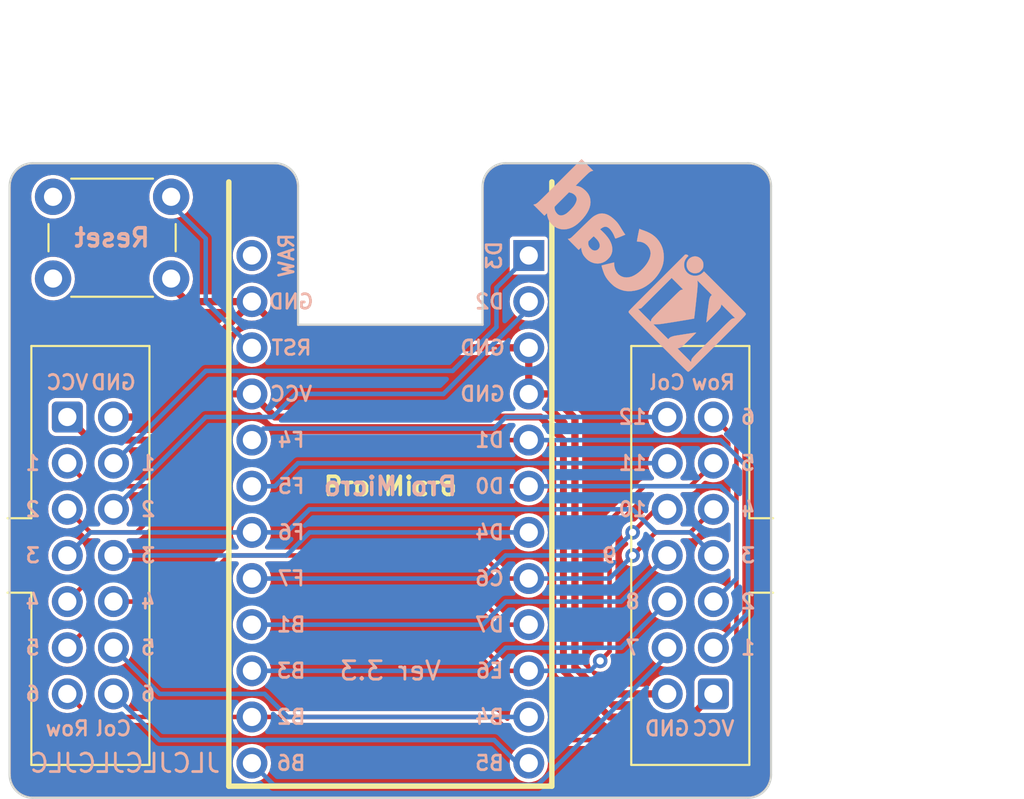
<source format=kicad_pcb>
(kicad_pcb (version 20211014) (generator pcbnew)
  (title_block (title "Pragmatic Kit - Control Module") (date "2023-01-12") (rev "V3.2.2") (company "James Sa") (comment 1 "3.2 Reverse Pro Micro") (comment 2 "3.2.1 fix screen.") (comment 3 "3.2.2 fix Type C footprint.") (comment 4 "3.2.2 Update for assembly.") (comment 5 "3.3 Bigger Type C cut out for new pro micro board"))
  (layers (0 "F.Cu" signal) (31 "B.Cu" signal) (34 "B.Paste" user) (35 "F.Paste" user) (36 "B.SilkS" user "B.Silkscreen") (37 "F.SilkS" user "F.Silkscreen") (38 "B.Mask" user) (39 "F.Mask" user) (44 "Edge.Cuts" user))
  (net 0 "")
  (net 1 "Row1")
  (net 2 "Col1")
  (net 3 "VCC")
  (net 4 "Col9")
  (net 5 "Col8")
  (net 6 "Col7")
  (net 7 "Row3")
  (net 8 "Row5")
  (net 9 "Row6")
  (net 10 "Row4")
  (net 11 "Col6")
  (net 12 "Col5")
  (net 13 "Col4")
  (net 14 "Col3")
  (net 15 "Col2")
  (net 16 "Row2")
  (net 17 "Reset")
  (net 18 "Col12")
  (net 19 "Col11")
  (net 20 "Col10")
  (net 21 "GND")
  (footprint "Connector_IDC:IDC-Header_2x07_P2.54mm_Vertical" (layer "F.Cu") (at 121.92 62.23)
    (fp_text reference "J1")
    (fp_text value "L" hide)
    (fp_line (start -1.98 5.57) (end -1.98 -3.91) (layer "F.SilkS") (width 0.12))
    (fp_line (start -1.98 9.67) (end -1.98 9.67) (layer "F.SilkS") (width 0.12))
    (fp_line (start -1.98 -3.91) (end 4.52 -3.91) (layer "F.SilkS") (width 0.12))
    (fp_line (start -1.98 19.15) (end -1.98 9.67) (layer "F.SilkS") (width 0.12))
    (fp_line (start -1.98 9.67) (end -3.29 9.67) (layer "F.SilkS") (width 0.12))
    (fp_line (start 4.52 19.15) (end -1.98 19.15) (layer "F.SilkS") (width 0.12))
    (fp_line (start -3.29 5.57) (end -1.98 5.57) (layer "F.SilkS") (width 0.12))
    (fp_line (start 4.52 -3.91) (end 4.52 19.15) (layer "F.SilkS") (width 0.12))
    (pad "1" thru_hole roundrect (at 0 0) (size 1.7 1.7) (drill 1) (layers *.Cu *.Mask) (roundrect_rratio 0.1470588235) (net 3 "VCC"))
    (pad "2" thru_hole circle (at 2.54 0) (size 1.7 1.7) (drill 1) (layers *.Cu *.Mask) (net 21 "GND"))
    (pad "3" thru_hole circle (at 0 2.54) (size 1.7 1.7) (drill 1) (layers *.Cu *.Mask) (net 1 "Row1"))
    (pad "4" thru_hole circle (at 2.54 2.54) (size 1.7 1.7) (drill 1) (layers *.Cu *.Mask) (net 2 "Col1"))
    (pad "5" thru_hole circle (at 0 5.08) (size 1.7 1.7) (drill 1) (layers *.Cu *.Mask) (net 16 "Row2"))
    (pad "6" thru_hole circle (at 2.54 5.08) (size 1.7 1.7) (drill 1) (layers *.Cu *.Mask) (net 15 "Col2"))
    (pad "7" thru_hole circle (at 0 7.62) (size 1.7 1.7) (drill 1) (layers *.Cu *.Mask) (net 7 "Row3"))
    (pad "8" thru_hole circle (at 2.54 7.62) (size 1.7 1.7) (drill 1) (layers *.Cu *.Mask) (net 14 "Col3"))
    (pad "9" thru_hole circle (at 0 10.16) (size 1.7 1.7) (drill 1) (layers *.Cu *.Mask) (net 10 "Row4"))
    (pad "10" thru_hole circle (at 2.54 10.16) (size 1.7 1.7) (drill 1) (layers *.Cu *.Mask) (net 13 "Col4"))
    (pad "11" thru_hole circle (at 0 12.7) (size 1.7 1.7) (drill 1) (layers *.Cu *.Mask) (net 8 "Row5"))
    (pad "12" thru_hole circle (at 2.54 12.7) (size 1.7 1.7) (drill 1) (layers *.Cu *.Mask) (net 12 "Col5"))
    (pad "13" thru_hole circle (at 0 15.24) (size 1.7 1.7) (drill 1) (layers *.Cu *.Mask) (net 9 "Row6"))
    (pad "14" thru_hole circle (at 2.54 15.24) (size 1.7 1.7) (drill 1) (layers *.Cu *.Mask) (net 11 "Col6"))
  )
  (footprint "Connector_IDC:IDC-Header_2x07_P2.54mm_Vertical" (layer "F.Cu") (at 157.48 77.47 180)
    (fp_text reference "J2")
    (fp_text value "R" hide)
    (fp_line (start 4.52 19.15) (end -1.98 19.15) (layer "F.SilkS") (width 0.12))
    (fp_line (start 4.52 -3.91) (end 4.52 19.15) (layer "F.SilkS") (width 0.12))
    (fp_line (start -1.98 9.67) (end -3.29 9.67) (layer "F.SilkS") (width 0.12))
    (fp_line (start -1.98 19.15) (end -1.98 9.67) (layer "F.SilkS") (width 0.12))
    (fp_line (start -3.29 5.57) (end -1.98 5.57) (layer "F.SilkS") (width 0.12))
    (fp_line (start -1.98 9.67) (end -1.98 9.67) (layer "F.SilkS") (width 0.12))
    (fp_line (start -1.98 -3.91) (end 4.52 -3.91) (layer "F.SilkS") (width 0.12))
    (fp_line (start -1.98 5.57) (end -1.98 -3.91) (layer "F.SilkS") (width 0.12))
    (pad "1" thru_hole roundrect (at 0 0 180) (size 1.7 1.7) (drill 1) (layers *.Cu *.Mask) (roundrect_rratio 0.1470588235) (net 3 "VCC"))
    (pad "2" thru_hole circle (at 2.54 0 180) (size 1.7 1.7) (drill 1) (layers *.Cu *.Mask) (net 21 "GND"))
    (pad "3" thru_hole circle (at 0 2.54 180) (size 1.7 1.7) (drill 1) (layers *.Cu *.Mask) (net 1 "Row1"))
    (pad "4" thru_hole circle (at 2.54 2.54 180) (size 1.7 1.7) (drill 1) (layers *.Cu *.Mask) (net 6 "Col7"))
    (pad "5" thru_hole circle (at 0 5.08 180) (size 1.7 1.7) (drill 1) (layers *.Cu *.Mask) (net 16 "Row2"))
    (pad "6" thru_hole circle (at 2.54 5.08 180) (size 1.7 1.7) (drill 1) (layers *.Cu *.Mask) (net 5 "Col8"))
    (pad "7" thru_hole circle (at 0 7.62 180) (size 1.7 1.7) (drill 1) (layers *.Cu *.Mask) (net 7 "Row3"))
    (pad "8" thru_hole circle (at 2.54 7.62 180) (size 1.7 1.7) (drill 1) (layers *.Cu *.Mask) (net 4 "Col9"))
    (pad "9" thru_hole circle (at 0 10.16 180) (size 1.7 1.7) (drill 1) (layers *.Cu *.Mask) (net 10 "Row4"))
    (pad "10" thru_hole circle (at 2.54 10.16 180) (size 1.7 1.7) (drill 1) (layers *.Cu *.Mask) (net 20 "Col10"))
    (pad "11" thru_hole circle (at 0 12.7 180) (size 1.7 1.7) (drill 1) (layers *.Cu *.Mask) (net 8 "Row5"))
    (pad "12" thru_hole circle (at 2.54 12.7 180) (size 1.7 1.7) (drill 1) (layers *.Cu *.Mask) (net 19 "Col11"))
    (pad "13" thru_hole circle (at 0 15.24 180) (size 1.7 1.7) (drill 1) (layers *.Cu *.Mask) (net 9 "Row6"))
    (pad "14" thru_hole circle (at 2.54 15.24 180) (size 1.7 1.7) (drill 1) (layers *.Cu *.Mask) (net 18 "Col12"))
  )
  (footprint "Button_Switch_THT:SW_PUSH_6mm" (layer "F.Cu") (at 121.135 50.11)
    (fp_text reference "SW1" hide)
    (fp_text value "SW_Push")
    (fp_text user "Reset" (at 3.25 2.25 -180) (layer "B.SilkS") (effects (font (thickness 0.2)) (justify mirror)))
    (fp_line (start 1 5.5) (end 5.5 5.5) (layer "F.SilkS") (width 0.12))
    (fp_line (start 6.75 3) (end 6.75 1.5) (layer "F.SilkS") (width 0.12))
    (fp_line (start -0.25 1.5) (end -0.25 3) (layer "F.SilkS") (width 0.12))
    (fp_line (start 5.5 -1) (end 1 -1) (layer "F.SilkS") (width 0.12))
    (pad "" thru_hole circle (at 0 0 90) (size 2 2) (drill 1) (layers *.Cu *.Mask))
    (pad "" thru_hole circle (at 0 4.5 90) (size 2 2) (drill 1) (layers *.Cu *.Mask))
    (pad "1" thru_hole circle (at 6.5 0 90) (size 2 2) (drill 1) (layers *.Cu *.Mask) (net 17 "Reset"))
    (pad "2" thru_hole circle (at 6.5 4.5 90) (size 2 2) (drill 1) (layers *.Cu *.Mask) (net 21 "GND"))
  )
  (footprint "Symbol:OSHW-Symbol_6.7x6mm_Copper" (layer "F.Cu") (at 154.94 52.07)
    (fp_text reference "Logo1" hide)
    (fp_text value "OSHW-Symbol_6.7x6mm_Copper" hide)
  )
  (footprint "Keyboard_JSA:JLC Legend" (layer "F.Cu") (at 125.095 81.28)
    (fp_text reference "L1" hide)
    (fp_text value "JLC Legend" hide)
    (fp_text user "JLCJLCJLCJLC" (at 0 0 unlocked) (layer "B.SilkS") (effects (font (size 1.016 1.016) (thickness 0.1524)) (justify mirror)))
  )
  (footprint "Symbol:KiCad-Logo_5mm_SilkScreen" (layer "B.Cu") (at 153.035 53.975 135)
    (fp_text reference "REF**" hide)
    (fp_text value "KiCad-Logo_5mm_SilkScreen" hide)
    (fp_poly (pts (xy -2.9464 2.510946) (xy -2.935535 2.397007) (xy -2.903918 2.289384) (xy -2.853015 2.190385) (xy -2.784293 2.102316) (xy -2.699219 2.027484) (xy -2.602232 1.969616) (xy -2.495964 1.929995) (xy -2.38895 1.911427) (xy -2.2833 1.912566) (xy -2.181125 1.93207) (xy -2.084534 1.968594) (xy -1.995638 2.020795) (xy -1.916546 2.087327) (xy -1.849369 2.166848) (xy -1.796217 2.258013) (xy -1.759199 2.359477) (xy -1.740427 2.469898) (xy -1.738489 2.519794) (xy -1.738489 2.607733) (xy -1.68656 2.607733) (xy -1.650253 2.604889) (xy -1.623355 2.593089) (xy -1.596249 2.569351) (xy -1.557867 2.530969) (xy -1.557867 0.339398) (xy -1.557876 0.077261) (xy -1.557908 -0.163241) (xy -1.557972 -0.383048) (xy -1.558076 -0.583101) (xy -1.558227 -0.764344) (xy -1.558434 -0.927716) (xy -1.558706 -1.07416) (xy -1.55905 -1.204617) (xy -1.559474 -1.320029) (xy -1.559987 -1.421338) (xy -1.560597 -1.509484) (xy -1.561312 -1.58541) (xy -1.56214 -1.650057) (xy -1.563089 -1.704367) (xy -1.564167 -1.74928) (xy -1.565383 -1.78574) (xy -1.566745 -1.814687) (xy -1.568261 -1.837063) (xy -1.569938 -1.853809) (xy -1.571786 -1.865868) (xy -1.573813 -1.87418) (xy -1.576025 -1.879687) (xy -1.577108 -1.881537) (xy -1.581271 -1.888549) (xy -1.584805 -1.894996) (xy -1.588635 -1.9009) (xy -1.593682 -1.906286) (xy -1.600871 -1.911178) (xy -1.611123 -1.915598) (xy -1.625364 -1.919572) (xy -1.644514 -1.923121) (xy -1.669499 -1.92627) (xy -1.70124 -1.929042) (xy -1.740662 -1.931461) (xy -1.788686 -1.933551) (xy -1.846237 -1.935335) (xy -1.914237 -1.936837) (xy -1.99361 -1.93808) (xy -2.085279 -1.939089) (xy -2.190166 -1.939885) (xy -2.309196 -1.940494) (xy -2.44329 -1.940939) (xy -2.593373 -1.941243) (xy -2.760367 -1.94143) (xy -2.945196 -1.941524) (xy -3.148783 -1.941548) (xy -3.37205 -1.941525) (xy -3.615922 -1.94148) (xy -3.881321 -1.941437) (xy -3.919704 -1.941432) (xy -4.186682 -1.941389) (xy -4.432002 -1.941318) (xy -4.656583 -1.941213) (xy -4.861345 -1.941066) (xy -5.047206 -1.940869) (xy -5.215088 -1.940616) (xy -5.365908 -1.9403) (xy -5.500587 -1.939913) (xy -5.620044 -1.939447) (xy -5.725199 -1.938897) (xy -5.816971 -1.938253) (xy -5.896279 -1.937511) (xy -5.964043 -1.936661) (xy -6.021182 -1.935697) (xy -6.068617 -1.934611) (xy -6.107266 -1.933397) (xy -6.138049 -1.932047) (xy -6.161885 -1.930555) (xy -6.179694 -1.928911) (xy -6.192395 -1.927111) (xy -6.200908 -1.925145) (xy -6.205266 -1.923477) (xy -6.213728 -1.919906) (xy -6.221497 -1.91727) (xy -6.228602 -1.914634) (xy -6.235073 -1.911062) (xy -6.240939 -1.905621) (xy -6.246229 -1.897375) (xy -6.250974 -1.88539) (xy -6.255202 -1.868731) (xy -6.258943 -1.846463) (xy -6.262227 -1.817652) (xy -6.265083 -1.781363) (xy -6.26754 -1.736661) (xy -6.269629 -1.682611) (xy -6.271378 -1.618279) (xy -6.272817 -1.54273) (xy -6.273976 -1.45503) (xy -6.274883 -1.354243) (xy -6.275569 -1.239434) (xy -6.276063 -1.10967) (xy -6.276395 -0.964015) (xy -6.276593 -0.801535) (xy -6.276687 -0.621295) (xy -6.276708 -0.42236) (xy -6.276685 -0.203796) (xy -6.276646 0.035332) (xy -6.276622 0.29596) (xy -6.276622 0.338111) (xy -6.276636 0.601008) (xy -6.276661 0.842268) (xy -6.276671 1.062835) (xy -6.276642 1.263648) (xy -6.276548 1.445651) (xy -6.276362 1.609784) (xy -6.276059 1.756989) (xy -6.275614 1.888208) (xy -6.275034 1.998133) (xy -5.972197 1.998133) (xy -5.932407 1.940289) (xy -5.921236 1.924521) (xy -5.911166 1.910559) (xy -5.902138 1.897216) (xy -5.894097 1.883307) (xy -5.886986 1.867644) (xy -5.880747 1.849042) (xy -5.875325 1.826314) (xy -5.870662 1.798273) (xy -5.866701 1.763733) (xy -5.863385 1.721508) (xy -5.860659 1.670411) (xy -5.858464 1.609256) (xy -5.856745 1.536856) (xy -5.855444 1.452025) (xy -5.854505 1.353578) (xy -5.85387 1.240326) (xy -5.853484 1.111084) (xy -5.853288 0.964666) (xy -5.853227 0.799884) (xy -5.853243 0.615553) (xy -5.85328 0.410487) (xy -5.853289 0.287867) (xy -5.853265 0.070918) (xy -5.853231 -0.124642) (xy -5.853243 -0.299999) (xy -5.853358 -0.456341) (xy -5.85363 -0.594857) (xy -5.854118 -0.716734) (xy -5.854876 -0.82316) (xy -5.855962 -0.915322) (xy -5.857431 -0.994409) (xy -5.85934 -1.061608) (xy -5.861744 -1.118107) (xy -5.864701 -1.165093) (xy -5.868266 -1.203755) (xy -5.872495 -1.23528) (xy -5.877446 -1.260855) (xy -5.883173 -1.28167) (xy -5.889733 -1.298911) (xy -5.897183 -1.313765) (xy -5.905579 -1.327422) (xy -5.914976 -1.341069) (xy -5.925432 -1.355893) (xy -5.931523 -1.364783) (xy -5.970296 -1.4224) (xy -5.438732 -1.4224) (xy -5.315483 -1.422365) (xy -5.212987 -1.422215) (xy -5.12942 -1.421878) (xy -5.062956 -1.421286) (xy -5.011771 -1.420367) (xy -4.974041 -1.419051) (xy -4.94794 -1.417269) (xy -4.931644 -1.414951) (xy -4.923328 -1.412026) (xy -4.921168 -1.408424) (xy -4.923339 -1.404075) (xy -4.924535 -1.402645) (xy -4.949685 -1.365573) (xy -4.975583 -1.312772) (xy -4.999192 -1.25077) (xy -5.007461 -1.224357) (xy -5.012078 -1.206416) (xy -5.015979 -1.185355) (xy -5.019248 -1.159089) (xy -5.021966 -1.125532) (xy -5.024215 -1.082599) (xy -5.026077 -1.028204) (xy -5.027636 -0.960262) (xy -5.028972 -0.876688) (xy -5.030169 -0.775395) (xy -5.031308 -0.6543) (xy -5.031685 -0.6096) (xy -5.032702 -0.484449) (xy -5.03346 -0.380082) (xy -5.033903 -0.294707) (xy -5.03397 -0.226533) (xy -5.033605 -0.173765) (xy -5.032748 -0.134614) (xy -5.031341 -0.107285) (xy -5.029325 -0.089986) (xy -5.026643 -0.080926) (xy -5.023236 -0.078312) (xy -5.019044 -0.080351) (xy -5.014571 -0.084667) (xy -5.004216 -0.097602) (xy -4.982158 -0.126676) (xy -4.949957 -0.169759) (xy -4.909174 -0.224718) (xy -4.86137 -0.289423) (xy -4.808105 -0.361742) (xy -4.75094 -0.439544) (xy -4.691437 -0.520698) (xy -4.631155 -0.603072) (xy -4.571655 -0.684536) (xy -4.514498 -0.762957) (xy -4.461245 -0.836204) (xy -4.413457 -0.902147) (xy -4.372693 -0.958654) (xy -4.340516 -1.003593) (xy -4.318485 -1.034834) (xy -4.313917 -1.041466) (xy -4.290996 -1.078369) (xy -4.264188 -1.126359) (xy -4.238789 -1.175897) (xy -4.235568 -1.182577) (xy -4.21389 -1.230772) (xy -4.201304 -1.268334) (xy -4.195574 -1.30416) (xy -4.194456 -1.3462) (xy -4.19509 -1.4224) (xy -3.040651 -1.4224) (xy -3.131815 -1.328669) (xy -3.178612 -1.278775) (xy -3.228899 -1.222295) (xy -3.274944 -1.168026) (xy -3.295369 -1.142673) (xy -3.325807 -1.103128) (xy -3.365862 -1.049916) (xy -3.414361 -0.984667) (xy -3.470135 -0.909011) (xy -3.532011 -0.824577) (xy -3.598819 -0.732994) (xy -3.669387 -0.635892) (xy -3.742545 -0.534901) (xy -3.817121 -0.43165) (xy -3.891944 -0.327768) (xy -3.965843 -0.224885) (xy -4.037646 -0.124631) (xy -4.106184 -0.028636) (xy -4.170284 0.061473) (xy -4.228775 0.144064) (xy -4.280486 0.217508) (xy -4.324247 0.280176) (xy -4.358885 0.330439) (xy -4.38323 0.366666) (xy -4.396111 0.387229) (xy -4.397869 0.391332) (xy -4.38991 0.402658) (xy -4.369115 0.429838) (xy -4.336847 0.471171) (xy -4.29447 0.524956) (xy -4.243347 0.589494) (xy -4.184841 0.663082) (xy -4.120314 0.744022) (xy -4.051131 0.830612) (xy -3.978653 0.921152) (xy -3.904246 1.01394) (xy -3.844517 1.088298) (xy -2.833511 1.088298) (xy -2.827602 1.075341) (xy -2.813272 1.053092) (xy -2.812225 1.051609) (xy -2.793438 1.021456) (xy -2.773791 0.984625) (xy -2.769892 0.976489) (xy -2.766356 0.96806) (xy -2.76323 0.957941) (xy -2.760486 0.94474) (xy -2.758092 0.927062) (xy -2.756019 0.903516) (xy -2.754235 0.872707) (xy -2.752712 0.833243) (xy -2.751419 0.783731) (xy -2.750326 0.722777) (xy -2.749403 0.648989) (xy -2.748619 0.560972) (xy -2.747945 0.457335) (xy -2.74735 0.336684) (xy -2.746805 0.197626) (xy -2.746279 0.038768) (xy -2.745745 -0.140089) (xy -2.745206 -0.325207) (xy -2.744772 -0.489145) (xy -2.744509 -0.633303) (xy -2.744484 -0.759079) (xy -2.744765 -0.867871) (xy -2.745419 -0.961077) (xy -2.746514 -1.040097) (xy -2.748118 -1.106328) (xy -2.750297 -1.16117) (xy -2.753119 -1.206021) (xy -2.756651 -1.242278) (xy -2.760961 -1.271341) (xy -2.766117 -1.294609) (xy -2.772185 -1.313479) (xy -2.779233 -1.329351) (xy -2.787329 -1.343622) (xy -2.79654 -1.357691) (xy -2.80504 -1.370158) (xy -2.822176 -1.396452) (xy -2.832322 -1.414037) (xy -2.833511 -1.417257) (xy -2.822604 -1.418334) (xy -2.791411 -1.419335) (xy -2.742223 -1.420235) (xy -2.677333 -1.42101) (xy -2.59903 -1.421637) (xy -2.509607 -1.422091) (xy -2.411356 -1.422349) (xy -2.342445 -1.4224) (xy -2.237452 -1.42218) (xy -2.14061 -1.421548) (xy -2.054107 -1.420549) (xy -1.980132 -1.419227) (xy -1.920874 -1.417626) (xy -1.87852 -1.415791) (xy -1.85526 -1.413765) (xy -1.851378 -1.412493) (xy -1.859076 -1.397591) (xy -1.867074 -1.38956) (xy -1.880246 -1.372434) (xy -1.897485 -1.342183) (xy -1.909407 -1.317622) (xy -1.936045 -1.258711) (xy -1.93912 -0.081845) (xy -1.942195 1.095022) (xy -2.387853 1.095022) (xy -2.48567 1.094858) (xy -2.576064 1.094389) (xy -2.65663 1.093653) (xy -2.724962 1.092684) (xy -2.778656 1.09152) (xy -2.815305 1.090197) (xy -2.832504 1.088751) (xy -2.833511 1.088298) (xy -3.844517 1.088298) (xy -3.82927 1.107278) (xy -3.75509 1.199463) (xy -3.683069 1.288796) (xy -3.614569 1.373576) (xy -3.550955 1.452102) (xy -3.493588 1.522674) (xy -3.443833 1.583591) (xy -3.403052 1.633153) (xy -3.385888 1.653822) (xy -3.299596 1.754484) (xy -3.222997 1.837741) (xy -3.154183 1.905562) (xy -3.091248 1.959911) (xy -3.081867 1.967278) (xy -3.042356 1.997883) (xy -4.174116 1.998133) (xy -4.168827 1.950156) (xy -4.17213 1.892812) (xy -4.193661 1.824537) (xy -4.233635 1.744788) (xy -4.278943 1.672505) (xy -4.295161 1.64986) (xy -4.323214 1.612304) (xy -4.36143 1.561979) (xy -4.408137 1.501027) (xy -4.461661 1.431589) (xy -4.520331 1.355806) (xy -4.582475 1.27582) (xy -4.646421 1.193772) (xy -4.710495 1.111804) (xy -4.773027 1.032057) (xy -4.832343 0.956673) (xy -4.886771 0.887793) (xy -4.934639 0.827558) (xy -4.974275 0.778111) (xy -5.004006 0.741592) (xy -5.022161 0.720142) (xy -5.02522 0.716844) (xy -5.028079 0.724851) (xy -5.030293 0.755145) (xy -5.031857 0.807444) (xy -5.032767 0.881469) (xy -5.03302 0.976937) (xy -5.032613 1.093566) (xy -5.031704 1.213555) (xy -5.030382 1.345667) (xy -5.028857 1.457406) (xy -5.026881 1.550975) (xy -5.024206 1.628581) (xy -5.020582 1.692426) (xy -5.015761 1.744717) (xy -5.009494 1.787656) (xy -5.001532 1.823449) (xy -4.991627 1.8543) (xy -4.979531 1.882414) (xy -4.964993 1.909995) (xy -4.950311 1.935034) (xy -4.912314 1.998133) (xy -5.972197 1.998133) (xy -6.275034 1.998133) (xy -6.275001 2.004383) (xy -6.274195 2.106456) (xy -6.27317 2.195367) (xy -6.2719 2.272059) (xy -6.27036 2.337473) (xy -6.268524 2.392551) (xy -6.266367 2.438235) (xy -6.263863 2.475466) (xy -6.260987 2.505187) (xy -6.257713 2.528338) (xy -6.254015 2.545861) (xy -6.249869 2.558699) (xy -6.245247 2.567792) (xy -6.240126 2.574082) (xy -6.234478 2.578512) (xy -6.228279 2.582022) (xy -6.221504 2.585555) (xy -6.215508 2.589124) (xy -6.210275 2.5917) (xy -6.202099 2.594028) (xy -6.189886 2.596122) (xy -6.172541 2.597993) (xy -6.148969 2.599653) (xy -6.118077 2.601116) (xy -6.078768 2.602392) (xy -6.02995 2.603496) (xy -5.970527 2.604439) (xy -5.899404 2.605233) (xy -5.815488 2.605891) (xy -5.717683 2.606425) (xy -5.604894 2.606847) (xy -5.476029 2.607171) (xy -5.329991 2.607408) (xy -5.165686 2.60757) (xy -4.98202 2.60767) (xy -4.777897 2.60772) (xy -4.566753 2.607733) (xy -2.9464 2.607733) (xy -2.9464 2.510946)) (layer "B.SilkS") (width 0.01) (fill solid))
    (fp_poly (pts (xy 2.673574 1.133448) (xy 2.825492 1.113433) (xy 2.960756 1.079798) (xy 3.080239 1.032275) (xy 3.184815 0.970595) (xy 3.262424 0.907035) (xy 3.331265 0.832901) (xy 3.385006 0.753129) (xy 3.42791 0.660909) (xy 3.443384 0.617839) (xy 3.456244 0.578858) (xy 3.467446 0.542711) (xy 3.47712 0.507566) (xy 3.485396 0.47159) (xy 3.492403 0.43295) (xy 3.498272 0.389815) (xy 3.503131 0.340351) (xy 3.50711 0.282727) (xy 3.51034 0.215109) (xy 3.512949 0.135666) (xy 3.515067 0.042564) (xy 3.516824 -0.066027) (xy 3.518349 -0.191942) (xy 3.519772 -0.337012) (xy 3.521025 -0.479778) (xy 3.522351 -0.635968) (xy 3.523556 -0.771239) (xy 3.524766 -0.887246) (xy 3.526106 -0.985645) (xy 3.5277 -1.068093) (xy 3.529675 -1.136246) (xy 3.532156 -1.19176) (xy 3.535269 -1.236292) (xy 3.539138 -1.271498) (xy 3.543889 -1.299034) (xy 3.549648 -1.320556) (xy 3.556539 -1.337722) (xy 3.564689 -1.352186) (xy 3.574223 -1.365606) (xy 3.585266 -1.379638) (xy 3.589566 -1.385071) (xy 3.605386 -1.40791) (xy 3.612422 -1.423463) (xy 3.612444 -1.423922) (xy 3.601567 -1.426121) (xy 3.570582 -1.428147) (xy 3.521957 -1.429942) (xy 3.458163 -1.431451) (xy 3.381669 -1.432616) (xy 3.294944 -1.43338) (xy 3.200457 -1.433686) (xy 3.18955 -1.433689) (xy 2.766657 -1.433689) (xy 2.763395 -1.337622) (xy 2.760133 -1.241556) (xy 2.698044 -1.292543) (xy 2.600714 -1.360057) (xy 2.490813 -1.414749) (xy 2.404349 -1.444978) (xy 2.335278 -1.459666) (xy 2.251925 -1.469659) (xy 2.162159 -1.474646) (xy 2.073845 -1.474313) (xy 1.994851 -1.468351) (xy 1.958622 -1.462638) (xy 1.818603 -1.424776) (xy 1.692178 -1.369932) (xy 1.58026 -1.298924) (xy 1.483762 -1.212568) (xy 1.4036 -1.111679) (xy 1.340687 -0.997076) (xy 1.296312 -0.870984) (xy 1.283978 -0.814401) (xy 1.276368 -0.752202) (xy 1.272739 -0.677363) (xy 1.272245 -0.643467) (xy 1.27231 -0.640282) (xy 2.032248 -0.640282) (xy 2.041541 -0.715333) (xy 2.069728 -0.77916) (xy 2.118197 -0.834798) (xy 2.123254 -0.839211) (xy 2.171548 -0.874037) (xy 2.223257 -0.89662) (xy 2.283989 -0.90854) (xy 2.359352 -0.911383) (xy 2.377459 -0.910978) (xy 2.431278 -0.908325) (xy 2.471308 -0.902909) (xy 2.506324 -0.892745) (xy 2.545103 -0.87585) (xy 2.555745 -0.870672) (xy 2.616396 -0.834844) (xy 2.663215 -0.792212) (xy 2.675952 -0.776973) (xy 2.720622 -0.720462) (xy 2.720622 -0.524586) (xy 2.720086 -0.445939) (xy 2.718396 -0.387988) (xy 2.715428 -0.348875) (xy 2.711057 -0.326741) (xy 2.706972 -0.320274) (xy 2.691047 -0.317111) (xy 2.657264 -0.314488) (xy 2.61034 -0.312655) (xy 2.554993 -0.311857) (xy 2.546106 -0.311842) (xy 2.42533 -0.317096) (xy 2.32266 -0.333263) (xy 2.236106 -0.360961) (xy 2.163681 -0.400808) (xy 2.108751 -0.447758) (xy 2.064204 -0.505645) (xy 2.03948 -0.568693) (xy 2.032248 -0.640282) (xy 1.27231 -0.640282) (xy 1.274178 -0.549712) (xy 1.282522 -0.470812) (xy 1.298768 -0.39959) (xy 1.324405 -0.328864) (xy 1.348401 -0.276493) (xy 1.40702 -0.181196) (xy 1.485117 -0.09317) (xy 1.580315 -0.014017) (xy 1.690238 0.05466) (xy 1.81251 0.111259) (xy 1.944755 0.154179) (xy 2.009422 0.169118) (xy 2.145604 0.191223) (xy 2.294049 0.205806) (xy 2.445505 0.212187) (xy 2.572064 0.210555) (xy 2.73395 0.203776) (xy 2.72653 0.262755) (xy 2.707238 0.361908) (xy 2.676104 0.442628) (xy 2.632269 0.505534) (xy 2.574871 0.551244) (xy 2.503048 0.580378) (xy 2.415941 0.593553) (xy 2.312686 0.591389) (xy 2.274711 0.587388) (xy 2.13352 0.56222) (xy 1.996707 0.521186) (xy 1.902178 0.483185) (xy 1.857018 0.46381) (xy 1.818585 0.44824) (xy 1.792234 0.438595) (xy 1.784546 0.436548) (xy 1.774802 0.445626) (xy 1.758083 0.474595) (xy 1.734232 0.523783) (xy 1.703093 0.593516) (xy 1.664507 0.684121) (xy 1.65791 0.699911) (xy 1.627853 0.772228) (xy 1.600874 0.837575) (xy 1.578136 0.893094) (xy 1.560806 0.935928) (xy 1.550048 0.963219) (xy 1.546941 0.972058) (xy 1.55694 0.976813) (xy 1.583217 0.98209) (xy 1.611489 0.985769) (xy 1.641646 0.990526) (xy 1.689433 0.999972) (xy 1.750612 1.01318) (xy 1.820946 1.029224) (xy 1.896194 1.04718) (xy 1.924755 1.054203) (xy 2.029816 1.079791) (xy 2.11748 1.099853) (xy 2.192068 1.115031) (xy 2.257903 1.125965) (xy 2.319307 1.133296) (xy 2.380602 1.137665) (xy 2.44611 1.139713) (xy 2.504128 1.140111) (xy 2.673574 1.133448)) (layer "B.SilkS") (width 0.01) (fill solid))
    (fp_poly (pts (xy 6.186507 0.527755) (xy 6.186526 0.293338) (xy 6.186552 0.080397) (xy 6.186625 -0.112168) (xy 6.186782 -0.285459) (xy 6.187064 -0.440576) (xy 6.187509 -0.57862) (xy 6.188156 -0.700692) (xy 6.189045 -0.807894) (xy 6.190213 -0.901326) (xy 6.191701 -0.98209) (xy 6.193546 -1.051286) (xy 6.195789 -1.110015) (xy 6.198469 -1.159379) (xy 6.201623 -1.200478) (xy 6.205292 -1.234413) (xy 6.209513 -1.262286) (xy 6.214327 -1.285198) (xy 6.219773 -1.304249) (xy 6.225888 -1.32054) (xy 6.232712 -1.335173) (xy 6.240285 -1.349249) (xy 6.248645 -1.363868) (xy 6.253839 -1.372974) (xy 6.288104 -1.433689) (xy 5.429955 -1.433689) (xy 5.429955 -1.337733) (xy 5.429224 -1.29437) (xy 5.427272 -1.261205) (xy 5.424463 -1.243424) (xy 5.423221 -1.241778) (xy 5.411799 -1.248662) (xy 5.389084 -1.266505) (xy 5.366385 -1.285879) (xy 5.3118 -1.326614) (xy 5.242321 -1.367617) (xy 5.16527 -1.405123) (xy 5.087965 -1.435364) (xy 5.057113 -1.445012) (xy 4.988616 -1.459578) (xy 4.905764 -1.469539) (xy 4.816371 -1.474583) (xy 4.728248 -1.474396) (xy 4.649207 -1.468666) (xy 4.611511 -1.462858) (xy 4.473414 -1.424797) (xy 4.346113 -1.367073) (xy 4.230292 -1.290211) (xy 4.126637 -1.194739) (xy 4.035833 -1.081179) (xy 3.969031 -0.970381) (xy 3.914164 -0.853625) (xy 3.872163 -0.734276) (xy 3.842167 -0.608283) (xy 3.823311 -0.471594) (xy 3.814732 -0.320158) (xy 3.814006 -0.242711) (xy 3.8161 -0.185934) (xy 4.645217 -0.185934) (xy 4.645424 -0.279002) (xy 4.648337 -0.366692) (xy 4.654 -0.443772) (xy 4.662455 -0.505009) (xy 4.665038 -0.51735) (xy 4.69684 -0.624633) (xy 4.738498 -0.711658) (xy 4.790363 -0.778642) (xy 4.852781 -0.825805) (xy 4.9261 -0.853365) (xy 5.010669 -0.861541) (xy 5.106835 -0.850551) (xy 5.170311 -0.834829) (xy 5.219454 -0.816639) (xy 5.273583 -0.790791) (xy 5.314244 -0.767089) (xy 5.3848 -0.720721) (xy 5.3848 0.42947) (xy 5.317392 0.473038) (xy 5.238867 0.51396) (xy 5.154681 0.540611) (xy 5.069557 0.552535) (xy 4.988216 0.549278) (xy 4.91538 0.530385) (xy 4.883426 0.514816) (xy 4.825501 0.471819) (xy 4.776544 0.415047) (xy 4.73539 0.342425) (xy 4.700874 0.251879) (xy 4.671833 0.141334) (xy 4.670552 0.135467) (xy 4.660381 0.073212) (xy 4.652739 -0.004594) (xy 4.64767 -0.09272) (xy 4.645217 -0.185934) (xy 3.8161 -0.185934) (xy 3.821857 -0.029895) (xy 3.843802 0.165941) (xy 3.879786 0.344668) (xy 3.929759 0.506155) (xy 3.993668 0.650274) (xy 4.071462 0.776894) (xy 4.163089 0.885885) (xy 4.268497 0.977117) (xy 4.313662 1.008068) (xy 4.414611 1.064215) (xy 4.517901 1.103826) (xy 4.627989 1.127986) (xy 4.74933 1.137781) (xy 4.841836 1.136735) (xy 4.97149 1.125769) (xy 5.084084 1.103954) (xy 5.182875 1.070286) (xy 5.271121 1.023764) (xy 5.319986 0.989552) (xy 5.349353 0.967638) (xy 5.371043 0.952667) (xy 5.379253 0.948267) (xy 5.380868 0.959096) (xy 5.382159 0.989749) (xy 5.383138 1.037474) (xy 5.383817 1.099521) (xy 5.38421 1.173138) (xy 5.38433 1.255573) (xy 5.384188 1.344075) (xy 5.383797 1.435893) (xy 5.383171 1.528276) (xy 5.38232 1.618472) (xy 5.38126 1.703729) (xy 5.380001 1.781297) (xy 5.378556 1.848424) (xy 5.376938 1.902359) (xy 5.375161 1.94035) (xy 5.374669 1.947333) (xy 5.367092 2.017749) (xy 5.355531 2.072898) (xy 5.337792 2.120019) (xy 5.311682 2.166353) (xy 5.305415 2.175933) (xy 5.280983 2.212622) (xy 6.186311 2.212622) (xy 6.186507 0.527755)) (layer "B.SilkS") (width 0.01) (fill solid))
    (fp_poly (pts (xy 0.328429 2.050929) (xy 0.48857 2.029755) (xy 0.65251 1.989615) (xy 0.822313 1.930111) (xy 1.000043 1.850846) (xy 1.01131 1.845301) (xy 1.069005 1.817275) (xy 1.120552 1.793198) (xy 1.162191 1.774751) (xy 1.190162 1.763614) (xy 1.199733 1.761067) (xy 1.21895 1.756059) (xy 1.223561 1.751853) (xy 1.218458 1.74142) (xy 1.202418 1.715132) (xy 1.177288 1.675743) (xy 1.144914 1.626009) (xy 1.107143 1.568685) (xy 1.065822 1.506524) (xy 1.022798 1.442282) (xy 0.979917 1.378715) (xy 0.939026 1.318575) (xy 0.901971 1.26462) (xy 0.8706 1.219603) (xy 0.846759 1.186279) (xy 0.832294 1.167403) (xy 0.830309 1.165213) (xy 0.820191 1.169862) (xy 0.79785 1.187038) (xy 0.76728 1.21356) (xy 0.751536 1.228036) (xy 0.655047 1.303318) (xy 0.548336 1.358759) (xy 0.432832 1.393859) (xy 0.309962 1.40812) (xy 0.240561 1.406949) (xy 0.119423 1.389788) (xy 0.010205 1.353906) (xy -0.087418 1.299041) (xy -0.173772 1.22493) (xy -0.249185 1.131312) (xy -0.313982 1.017924) (xy -0.351399 0.931333) (xy -0.395252 0.795634) (xy -0.427572 0.64815) (xy -0.448443 0.492686) (xy -0.457949 0.333044) (xy -0.456173 0.173027) (xy -0.443197 0.016439) (xy -0.419106 -0.132918) (xy -0.383982 -0.27124) (xy -0.337908 -0.394724) (xy -0.321627 -0.428978) (xy -0.25338 -0.543064) (xy -0.172921 -0.639557) (xy -0.08143 -0.71767) (xy 0.019911 -0.776617) (xy 0.12992 -0.815612) (xy 0.247415 -0.833868) (xy 0.288883 -0.835211) (xy 0.410441 -0.82429) (xy 0.530878 -0.791474) (xy 0.648666 -0.737439) (xy 0.762277 -0.662865) (xy 0.853685 -0.584539) (xy 0.900215 -0.540008) (xy 1.081483 -0.837271) (xy 1.12658 -0.911433) (xy 1.167819 -0.979646) (xy 1.203735 -1.039459) (xy 1.232866 -1.08842) (xy 1.25375 -1.124079) (xy 1.264924 -1.143984) (xy 1.266375 -1.147079) (xy 1.258146 -1.156718) (xy 1.232567 -1.173999) (xy 1.192873 -1.197283) (xy 1.142297 -1.224934) (xy 1.084074 -1.255315) (xy 1.021437 -1.28679) (xy 0.957621 -1.317722) (xy 0.89586 -1.346473) (xy 0.839388 -1.371408) (xy 0.791438 -1.390889) (xy 0.767986 -1.399318) (xy 0.634221 -1.437133) (xy 0.496327 -1.462136) (xy 0.348622 -1.47514) (xy 0.221833 -1.477468) (xy 0.153878 -1.476373) (xy 0.088277 -1.474275) (xy 0.030847 -1.471434) (xy -0.012597 -1.468106) (xy -0.026702 -1.466422) (xy -0.165716 -1.437587) (xy -0.307243 -1.392468) (xy -0.444725 -1.33375) (xy -0.571606 -1.26412) (xy -0.649111 -1.211441) (xy -0.776519 -1.103239) (xy -0.894822 -0.976671) (xy -1.001828 -0.834866) (xy -1.095348 -0.680951) (xy -1.17319 -0.518053) (xy -1.217044 -0.400756) (xy -1.267292 -0.217128) (xy -1.300791 -0.022581) (xy -1.317551 0.178675) (xy -1.317584 0.382432) (xy -1.300899 0.584479) (xy -1.267507 0.780608) (xy -1.21742 0.966609) (xy -1.213603 0.978197) (xy -1.150719 1.14025) (xy -1.073972 1.288168) (xy -0.980758 1.426135) (xy -0.868473 1.558339) (xy -0.824608 1.603601) (xy -0.688466 1.727543) (xy -0.548509 1.830085) (xy -0.402589 1.912344) (xy -0.248558 1.975436) (xy -0.084268 2.020477) (xy 0.011289 2.037967) (xy 0.170023 2.053534) (xy 0.328429 2.050929)) (layer "B.SilkS") (width 0.01) (fill solid))
    (fp_poly (pts (xy -2.273043 2.973429) (xy -2.176768 2.949191) (xy -2.090184 2.906359) (xy -2.015373 2.846581) (xy -1.954418 2.771506) (xy -1.909399 2.68278) (xy -1.883136 2.58647) (xy -1.877286 2.489205) (xy -1.89214 2.395346) (xy -1.92584 2.307489) (xy -1.976528 2.22823) (xy -2.042345 2.160164) (xy -2.121434 2.105888) (xy -2.211934 2.067998) (xy -2.2632 2.055574) (xy -2.307698 2.048053) (xy -2.341999 2.045081) (xy -2.37496 2.046906) (xy -2.415434 2.053775) (xy -2.448531 2.06075) (xy -2.541947 2.092259) (xy -2.625619 2.143383) (xy -2.697665 2.212571) (xy -2.7562 2.298272) (xy -2.770148 2.325511) (xy -2.786586 2.361878) (xy -2.796894 2.392418) (xy -2.80246 2.42455) (xy -2.804669 2.465693) (xy -2.804948 2.511778) (xy -2.800861 2.596135) (xy -2.787446 2.665414) (xy -2.762256 2.726039) (xy -2.722846 2.784433) (xy -2.684298 2.828698) (xy -2.612406 2.894516) (xy -2.537313 2.939947) (xy -2.454562 2.96715) (xy -2.376928 2.977424) (xy -2.273043 2.973429)) (layer "B.SilkS") (width 0.01) (fill solid))
  )
  (footprint "Keyboard_JSA:ProMicro Type C Reversed" (layer "B.Cu") (at 139.7 66.04 180)
    (fp_text reference "U1" hide)
    (fp_text value "ProMicro" hide)
    (fp_text user "F5" (at 5.461 0) (layer "B.SilkS") (effects (font (size 0.8 0.8)) (justify mirror)))
    (fp_text user "VCC" (at 5.461 5.08) (layer "B.SilkS") (effects (font (size 0.8 0.8)) (justify mirror)))
    (fp_text user "B5" (at -5.461 -15.24) (layer "B.SilkS") (effects (font (size 0.8 0.8)) (justify mirror)))
    (fp_text user "E6" (at -5.461 -10.16) (layer "B.SilkS") (effects (font (size 0.8 0.8)) (justify mirror)))
    (fp_text user "D0" (at -5.461 0) (layer "B.SilkS") (effects (font (size 0.8 0.8)) (justify mirror)))
    (fp_text user "D1" (at -5.461 2.54) (layer "B.SilkS") (effects (font (size 0.8 0.8)) (justify mirror)))
    (fp_text user "B3" (at 5.461 -10.16) (layer "B.SilkS") (effects (font (size 0.8 0.8)) (justify mirror)))
    (fp_text user "B4" (at -5.461 -12.7) (layer "B.SilkS") (effects (font (size 0.8 0.8)) (justify mirror)))
    (fp_text user "B1" (at 5.461 -7.62) (layer "B.SilkS") (effects (font (size 0.8 0.8)) (justify mirror)))
    (fp_text user "GND" (at -5.08 5.08) (layer "B.SilkS") (effects (font (size 0.8 0.8)) (justify mirror)))
    (fp_text user "RST" (at 5.4356 7.62) (layer "B.SilkS") (effects (font (size 0.8 0.8)) (justify mirror)))
    (fp_text user "RAW" (at 5.715 12.7 90) (layer "B.SilkS") (effects (font (size 0.8 0.8)) (justify mirror)))
    (fp_text user "B6" (at 5.461 -15.24) (layer "B.SilkS") (effects (font (size 0.8 0.8)) (justify mirror)))
    (fp_text user "D3" (at -5.715 12.7 90) (layer "B.SilkS") (effects (font (size 0.8 0.8)) (justify mirror)))
    (fp_text user "GND" (at 5.461 10.16) (layer "B.SilkS") (effects (font (size 0.8 0.8)) (justify mirror)))
    (fp_text user "D4" (at -5.461 -2.54) (layer "B.SilkS") (effects (font (size 0.8 0.8)) (justify mirror)))
    (fp_text user "F6" (at 5.461 -2.54) (layer "B.SilkS") (effects (font (size 0.8 0.8)) (justify mirror)))
    (fp_text user "GND" (at -5.08 7.62) (layer "B.SilkS") (effects (font (size 0.8 0.8)) (justify mirror)))
    (fp_text user "D7" (at -5.461 -7.62) (layer "B.SilkS") (effects (font (size 0.8 0.8)) (justify mirror)))
    (fp_text user "F4" (at 5.461 2.54) (layer "B.SilkS") (effects (font (size 0.8 0.8)) (justify mirror)))
    (fp_text user "C6" (at -5.461 -5.08) (layer "B.SilkS") (effects (font (size 0.8 0.8)) (justify mirror)))
    (fp_text user "F7" (at 5.461 -5.08) (layer "B.SilkS") (effects (font (size 0.8 0.8)) (justify mirror)))
    (fp_text user "Pro Micro" (at 0 0 unlocked) (layer "B.SilkS") (effects (font (thickness 0.2)) (justify mirror)))
    (fp_text user "B2" (at 5.461 -12.7) (layer "B.SilkS") (effects (font (size 0.8 0.8)) (justify mirror)))
    (fp_text user "D2" (at -5.461 10.16) (layer "B.SilkS") (effects (font (size 0.8 0.8)) (justify mirror)))
    (fp_text user "Pro Micro" (at 0 0 unlocked) (layer "F.SilkS") (effects (font (thickness 0.2))))
    (fp_line (start -8.89 16.75) (end -8.89 -16.51) (layer "F.SilkS") (width 0.3))
    (fp_line (start -8.89 -16.51) (end 8.89 -16.51) (layer "F.SilkS") (width 0.3))
    (fp_line (start 8.89 -16.51) (end 8.89 16.75) (layer "F.SilkS") (width 0.3))
    (pad "1" thru_hole rect (at -7.62 12.7 180) (size 1.7 1.7) (drill 1) (layers *.Cu "B.Mask") (net 2 "Col1"))
    (pad "2" thru_hole circle (at -7.62 10.16 180) (size 1.7 1.7) (drill 1) (layers *.Cu "B.Mask") (net 15 "Col2"))
    (pad "3" thru_hole circle (at -7.62 7.62 270) (size 1.7 1.7) (drill 1) (layers *.Cu "B.Mask") (net 21 "GND"))
    (pad "4" thru_hole circle (at -7.62 5.08 180) (size 1.7 1.7) (drill 1) (layers *.Cu "B.Mask") (net 21 "GND"))
    (pad "5" thru_hole circle (at -7.62 2.54 180) (size 1.7 1.7) (drill 1) (layers *.Cu "B.Mask") (net 1 "Row1"))
    (pad "6" thru_hole circle (at -7.62 0 180) (size 1.7 1.7) (drill 1) (layers *.Cu "B.Mask") (net 16 "Row2"))
    (pad "7" thru_hole circle (at -7.62 -2.54 180) (size 1.7 1.7) (drill 1) (layers *.Cu "B.Mask") (net 14 "Col3"))
    (pad "8" thru_hole circle (at -7.62 -5.08 180) (size 1.7 1.7) (drill 1) (layers *.Cu "B.Mask") (net 10 "Row4"))
    (pad "9" thru_hole circle (at -7.62 -7.62 180) (size 1.7 1.7) (drill 1) (layers *.Cu "B.Mask") (net 13 "Col4"))
    (pad "10" thru_hole circle (at -7.62 -10.16 180) (size 1.7 1.7) (drill 1) (layers *.Cu "B.Mask") (net 8 "Row5"))
    (pad "11" thru_hole circle (at -7.62 -12.7 180) (size 1.7 1.7) (drill 1) (layers *.Cu "B.Mask") (net 12 "Col5"))
    (pad "12" thru_hole circle (at -7.62 -15.24 180) (size 1.7 1.7) (drill 1) (layers *.Cu "B.Mask") (net 11 "Col6"))
    (pad "13" thru_hole circle (at 7.62 -15.24 180) (size 1.7 1.7) (drill 1) (layers *.Cu "B.Mask") (net 6 "Col7"))
    (pad "14" thru_hole circle (at 7.62 -12.7 180) (size 1.7 1.7) (drill 1) (layers *.Cu "B.Mask") (net 9 "Row6"))
    (pad "15" thru_hole circle (at 7.62 -10.16 180) (size 1.7 1.7) (drill 1) (layers *.Cu "B.Mask") (net 5 "Col8"))
    (pad "16" thru_hole circle (at 7.62 -7.62 270) (size 1.7 1.7) (drill 1) (layers *.Cu "B.Mask") (net 4 "Col9"))
    (pad "17" thru_hole circle (at 7.62 -5.08 180) (size 1.7 1.7) (drill 1) (layers *.Cu "B.Mask") (net 20 "Col10"))
    (pad "18" thru_hole circle (at 7.62 -2.54 180) (size 1.7 1.7) (drill 1) (layers *.Cu "B.Mask") (net 7 "Row3"))
    (pad "19" thru_hole circle (at 7.62 0 180) (size 1.7 1.7) (drill 1) (layers *.Cu "B.Mask") (net 19 "Col11"))
    (pad "20" thru_hole circle (at 7.62 2.54 180) (size 1.7 1.7) (drill 1) (layers *.Cu "B.Mask") (net 18 "Col12"))
    (pad "21" thru_hole circle (at 7.62 5.08 180) (size 1.7 1.7) (drill 1) (layers *.Cu "B.Mask") (net 3 "VCC"))
    (pad "22" thru_hole circle (at 7.62 7.62 180) (size 1.7 1.7) (drill 1) (layers *.Cu "B.Mask") (net 17 "Reset"))
    (pad "23" thru_hole circle (at 7.62 10.16 270) (size 1.7 1.7) (drill 1) (layers *.Cu "B.Mask") (net 21 "GND"))
    (pad "24" thru_hole circle (at 7.62 12.7 180) (size 1.7 1.7) (drill 1) (layers *.Cu "B.Mask"))
  )
  (gr_line (start 159.385 83.185) (end 120.015 83.185) (layer "Edge.Cuts") (width 0.12))
  (gr_line (start 118.745 81.915) (end 118.745 49.53) (layer "Edge.Cuts") (width 0.12))
  (gr_arc (start 144.78 49.53) (mid 145.151974 48.631974) (end 146.05 48.26) (layer "Edge.Cuts") (width 0.12))
  (gr_arc (start 159.385 48.26) (mid 160.283026 48.631974) (end 160.655 49.53) (layer "Edge.Cuts") (width 0.12))
  (gr_arc (start 120.015 83.185) (mid 119.116974 82.813026) (end 118.745 81.915) (layer "Edge.Cuts") (width 0.12))
  (gr_line (start 144.78 49.53) (end 144.78 57.15) (layer "Edge.Cuts") (width 0.12))
  (gr_arc (start 160.655 81.915) (mid 160.283026 82.813026) (end 159.385 83.185) (layer "Edge.Cuts") (width 0.12))
  (gr_arc (start 118.745 49.53) (mid 119.116974 48.631974) (end 120.015 48.26) (layer "Edge.Cuts") (width 0.12))
  (gr_line (start 134.62 57.15) (end 134.62 49.53) (layer "Edge.Cuts") (width 0.12))
  (gr_line (start 144.78 57.15) (end 134.62 57.15) (layer "Edge.Cuts") (width 0.12))
  (gr_line (start 146.05 48.26) (end 159.385 48.26) (layer "Edge.Cuts") (width 0.12))
  (gr_line (start 160.655 49.53) (end 160.655 81.915) (layer "Edge.Cuts") (width 0.12))
  (gr_arc (start 133.35 48.26) (mid 134.248026 48.631974) (end 134.62 49.53) (layer "Edge.Cuts") (width 0.12))
  (gr_line (start 133.35 48.26) (end 120.015 48.26) (layer "Edge.Cuts") (width 0.12))
  (gr_text "10" (at 153.035 67.31) (layer "B.SilkS") (effects (font (size 0.8 0.8)) (justify mirror)))
  (gr_text "6" (at 126.365 77.47) (layer "B.SilkS") (effects (font (size 0.8 0.8)) (justify mirror)))
  (gr_text "4" (at 120.015 72.39) (layer "B.SilkS") (effects (font (size 0.8 0.8)) (justify mirror)))
  (gr_text "Col" (at 154.94 60.325) (layer "B.SilkS") (effects (font (size 0.8 0.8)) (justify mirror)))
  (gr_text "1" (at 159.385 74.93) (layer "B.SilkS") (effects (font (size 0.8 0.8)) (justify mirror)))
  (gr_text "3" (at 120.015 69.85) (layer "B.SilkS") (effects (font (size 0.8 0.8)) (justify mirror)))
  (gr_text "GND" (at 124.46 60.325) (layer "B.SilkS") (effects (font (size 0.8 0.8)) (justify mirror)))
  (gr_text "6" (at 159.385 62.23) (layer "B.SilkS") (effects (font (size 0.8 0.8)) (justify mirror)))
  (gr_text "12" (at 153.035 62.23) (layer "B.SilkS") (effects (font (size 0.8 0.8)) (justify mirror)))
  (gr_text "Row" (at 157.48 60.325) (layer "B.SilkS") (effects (font (size 0.8 0.8)) (justify mirror)))
  (gr_text "5" (at 159.385 64.77) (layer "B.SilkS") (effects (font (size 0.8 0.8)) (justify mirror)))
  (gr_text "3" (at 159.385 69.85) (layer "B.SilkS") (effects (font (size 0.8 0.8)) (justify mirror)))
  (gr_text "2" (at 120.015 67.31) (layer "B.SilkS") (effects (font (size 0.8 0.8)) (justify mirror)))
  (gr_text "VCC" (at 121.92 60.325) (layer "B.SilkS") (effects (font (size 0.8 0.8)) (justify mirror)))
  (gr_text "8" (at 153.035 72.39) (layer "B.SilkS") (effects (font (size 0.8 0.8)) (justify mirror)))
  (gr_text "5" (at 120.015 74.93) (layer "B.SilkS") (effects (font (size 0.8 0.8)) (justify mirror)))
  (gr_text "5" (at 126.365 74.93) (layer "B.SilkS") (effects (font (size 0.8 0.8)) (justify mirror)))
  (gr_text "11" (at 153.035 64.77) (layer "B.SilkS") (effects (font (size 0.8 0.8)) (justify mirror)))
  (gr_text "2" (at 126.365 67.31) (layer "B.SilkS") (effects (font (size 0.8 0.8)) (justify mirror)))
  (gr_text "9" (at 151.765 69.85) (layer "B.SilkS") (effects (font (size 0.8 0.8)) (justify mirror)))
  (gr_text "3" (at 126.365 69.85) (layer "B.SilkS") (effects (font (size 0.8 0.8)) (justify mirror)))
  (gr_text "6" (at 120.015 77.47) (layer "B.SilkS") (effects (font (size 0.8 0.8)) (justify mirror)))
  (gr_text "Ver 3.3" (at 139.7 76.2) (layer "B.SilkS") (effects (font (size 1.016 1.016) (thickness 0.1524)) (justify mirror)))
  (gr_text "VCC" (at 157.48 79.375) (layer "B.SilkS") (effects (font (size 0.8 0.8)) (justify mirror)))
  (gr_text "1" (at 120.015 64.77) (layer "B.SilkS") (effects (font (size 0.8 0.8)) (justify mirror)))
  (gr_text "2" (at 159.385 72.39) (layer "B.SilkS") (effects (font (size 0.8 0.8)) (justify mirror)))
  (gr_text "1" (at 126.365 64.77) (layer "B.SilkS") (effects (font (size 0.8 0.8)) (justify mirror)))
  (gr_text "4" (at 126.365 72.39) (layer "B.SilkS") (effects (font (size 0.8 0.8)) (justify mirror)))
  (gr_text "4" (at 159.385 67.31) (layer "B.SilkS") (effects (font (size 0.8 0.8)) (justify mirror)))
  (gr_text "Col" (at 124.46 79.375) (layer "B.SilkS") (effects (font (size 0.8 0.8)) (justify mirror)))
  (gr_text "GND" (at 154.94 79.375) (layer "B.SilkS") (effects (font (size 0.8 0.8)) (justify mirror)))
  (gr_text "7" (at 153.035 74.93) (layer "B.SilkS") (effects (font (size 0.8 0.8)) (justify mirror)))
  (gr_text "Row" (at 121.92 79.375) (layer "B.SilkS") (effects (font (size 0.8 0.8)) (justify mirror)))
  (segment (start 123.19 66.04) (end 121.92 64.77) (width 0.25) (layer "F.Cu") (net 1))
  (segment (start 133.35 64.77) (end 128.27 64.77) (width 0.25) (layer "F.Cu") (net 1))
  (segment (start 128.27 64.77) (end 127 66.04) (width 0.25) (layer "F.Cu") (net 1))
  (segment (start 147.32 63.5) (end 134.62 63.5) (width 0.25) (layer "F.Cu") (net 1))
  (segment (start 127 66.04) (end 123.19 66.04) (width 0.25) (layer "F.Cu") (net 1))
  (segment (start 134.62 63.5) (end 133.35 64.77) (width 0.25) (layer "F.Cu") (net 1))
  (segment (start 147.32 63.5) (end 157.87101 63.5) (width 0.25) (layer "B.Cu") (net 1))
  (segment (start 159.385 73.025) (end 157.48 74.93) (width 0.25) (layer "B.Cu") (net 1))
  (segment (start 157.87101 63.5) (end 159.385 65.01399) (width 0.25) (layer "B.Cu") (net 1))
  (segment (start 159.385 65.01399) (end 159.385 73.025) (width 0.25) (layer "B.Cu") (net 1))
  (segment (start 129.54 59.69) (end 124.46 64.77) (width 0.25) (layer "B.Cu") (net 2))
  (segment (start 143.129 59.69) (end 129.54 59.69) (width 0.25) (layer "B.Cu") (net 2))
  (segment (start 145.542 55.118) (end 145.542 57.277) (width 0.25) (layer "B.Cu") (net 2))
  (segment (start 147.32 53.34) (end 145.542 55.118) (width 0.25) (layer "B.Cu") (net 2))
  (segment (start 145.542 57.277) (end 143.129 59.69) (width 0.25) (layer "B.Cu") (net 2))
  (segment (start 123.19 63.5) (end 127 63.5) (width 0.381) (layer "F.Cu") (net 3))
  (segment (start 151.765 78.74) (end 156.21 78.74) (width 0.381) (layer "F.Cu") (net 3))
  (segment (start 149.225 76.2) (end 151.765 78.74) (width 0.381) (layer "F.Cu") (net 3))
  (segment (start 133.35 62.23) (end 147.955 62.23) (width 0.381) (layer "F.Cu") (net 3))
  (segment (start 132.08 60.96) (end 133.35 62.23) (width 0.381) (layer "F.Cu") (net 3))
  (segment (start 129.54 60.96) (end 132.08 60.96) (width 0.381) (layer "F.Cu") (net 3))
  (segment (start 127 63.5) (end 129.54 60.96) (width 0.381) (layer "F.Cu") (net 3))
  (segment (start 156.21 78.74) (end 157.48 77.47) (width 0.381) (layer "F.Cu") (net 3))
  (segment (start 149.225 63.5) (end 149.225 76.2) (width 0.381) (layer "F.Cu") (net 3))
  (segment (start 121.92 62.23) (end 123.19 63.5) (width 0.381) (layer "F.Cu") (net 3))
  (segment (start 147.955 62.23) (end 149.225 63.5) (width 0.381) (layer "F.Cu") (net 3))
  (segment (start 144.78 73.66) (end 132.08 73.66) (width 0.25) (layer "B.Cu") (net 4))
  (segment (start 146.05 72.39) (end 144.78 73.66) (width 0.25) (layer "B.Cu") (net 4))
  (segment (start 152.4 72.39) (end 146.05 72.39) (width 0.25) (layer "B.Cu") (net 4))
  (segment (start 154.94 69.85) (end 152.4 72.39) (width 0.25) (layer "B.Cu") (net 4))
  (segment (start 132.08 76.2) (end 144.78 76.2) (width 0.25) (layer "B.Cu") (net 5))
  (segment (start 144.78 76.2) (end 146.05 74.93) (width 0.25) (layer "B.Cu") (net 5))
  (segment (start 152.4 74.93) (end 154.94 72.39) (width 0.25) (layer "B.Cu") (net 5))
  (segment (start 146.05 74.93) (end 152.4 74.93) (width 0.25) (layer "B.Cu") (net 5))
  (segment (start 133.280811 82.480811) (end 147.817393 82.480811) (width 0.25) (layer "B.Cu") (net 6))
  (segment (start 154.94 75.358204) (end 154.94 74.93) (width 0.25) (layer "B.Cu") (net 6))
  (segment (start 132.08 81.28) (end 133.280811 82.480811) (width 0.25) (layer "B.Cu") (net 6))
  (segment (start 147.817393 82.480811) (end 154.94 75.358204) (width 0.25) (layer "B.Cu") (net 6))
  (segment (start 132.08 68.58) (end 123.19 68.58) (width 0.25) (layer "B.Cu") (net 7))
  (segment (start 156.21 68.58) (end 157.48 69.85) (width 0.25) (layer "B.Cu") (net 7))
  (segment (start 154.305 68.58) (end 156.21 68.58) (width 0.25) (layer "B.Cu") (net 7))
  (segment (start 133.985 68.58) (end 135.255 67.31) (width 0.25) (layer "B.Cu") (net 7))
  (segment (start 123.19 68.58) (end 121.92 69.85) (width 0.25) (layer "B.Cu") (net 7))
  (segment (start 153.035 67.31) (end 154.305 68.58) (width 0.25) (layer "B.Cu") (net 7))
  (segment (start 132.08 68.58) (end 133.985 68.58) (width 0.25) (layer "B.Cu") (net 7))
  (segment (start 135.255 67.31) (end 153.035 67.31) (width 0.25) (layer "B.Cu") (net 7))
  (segment (start 153.67 66.04) (end 151.765 67.945) (width 0.25) (layer "F.Cu") (net 8))
  (segment (start 146.05 76.2) (end 144.78 74.93) (width 0.25) (layer "F.Cu") (net 8))
  (segment (start 125.827753 73.66) (end 123.19 73.66) (width 0.25) (layer "F.Cu") (net 8))
  (segment (start 157.48 64.77) (end 156.21 66.04) (width 0.25) (layer "F.Cu") (net 8))
  (segment (start 151.765 67.945) (end 151.765 75.139011) (width 0.25) (layer "F.Cu") (net 8))
  (segment (start 147.32 76.2) (end 146.05 76.2) (width 0.25) (layer "F.Cu") (net 8))
  (segment (start 156.21 66.04) (end 153.67 66.04) (width 0.25) (layer "F.Cu") (net 8))
  (segment (start 151.765 75.139011) (end 151.249511 75.6545) (width 0.25) (layer "F.Cu") (net 8))
  (segment (start 127.097753 74.93) (end 125.827753 73.66) (width 0.25) (layer "F.Cu") (net 8))
  (segment (start 123.19 73.66) (end 121.92 74.93) (width 0.25) (layer "F.Cu") (net 8))
  (segment (start 144.78 74.93) (end 127.097753 74.93) (width 0.25) (layer "F.Cu") (net 8))
  (via (at 151.249511 75.6545) (size 0.8) (drill 0.4) (layers "F.Cu" "B.Cu") (net 8))
  (segment (start 147.32 76.2) (end 150.704011 76.2) (width 0.25) (layer "B.Cu") (net 8))
  (segment (start 150.704011 76.2) (end 151.249511 75.6545) (width 0.25) (layer "B.Cu") (net 8))
  (segment (start 157.48 80.01) (end 158.75 78.74) (width 0.25) (layer "F.Cu") (net 9))
  (segment (start 132.08 78.74) (end 145.415 78.74) (width 0.25) (layer "F.Cu") (net 9))
  (segment (start 146.685 80.01) (end 157.48 80.01) (width 0.25) (layer "F.Cu") (net 9))
  (segment (start 145.415 78.74) (end 146.685 80.01) (width 0.25) (layer "F.Cu") (net 9))
  (segment (start 158.75 78.74) (end 158.75 63.5) (width 0.25) (layer "F.Cu") (net 9))
  (segment (start 132.08 78.74) (end 123.19 78.74) (width 0.25) (layer "F.Cu") (net 9))
  (segment (start 158.75 63.5) (end 157.48 62.23) (width 0.25) (layer "F.Cu") (net 9))
  (segment (start 123.19 78.74) (end 121.92 77.47) (width 0.25) (layer "F.Cu") (net 9))
  (segment (start 156.21 68.58) (end 154.305 68.58) (width 0.25) (layer "F.Cu") (net 10))
  (segment (start 146.05 71.12) (end 144.78 69.85) (width 0.25) (layer "F.Cu") (net 10))
  (segment (start 154.305 68.58) (end 153.035 69.85) (width 0.25) (layer "F.Cu") (net 10))
  (segment (start 123.19 71.12) (end 121.92 72.39) (width 0.25) (layer "F.Cu") (net 10))
  (segment (start 144.78 69.85) (end 130.81 69.85) (width 0.25) (layer "F.Cu") (net 10))
  (segment (start 129.54 71.12) (end 123.19 71.12) (width 0.25) (layer "F.Cu") (net 10))
  (segment (start 130.81 69.85) (end 129.54 71.12) (width 0.25) (layer "F.Cu") (net 10))
  (segment (start 147.32 71.12) (end 146.05 71.12) (width 0.25) (layer "F.Cu") (net 10))
  (segment (start 157.48 67.31) (end 156.21 68.58) (width 0.25) (layer "F.Cu") (net 10))
  (via (at 153.035 69.85) (size 0.8) (drill 0.4) (layers "F.Cu" "B.Cu") (net 10))
  (segment (start 151.765 71.12) (end 153.035 69.85) (width 0.25) (layer "B.Cu") (net 10))
  (segment (start 147.32 71.12) (end 151.765 71.12) (width 0.25) (layer "B.Cu") (net 10))
  (segment (start 146.685 81.28) (end 145.415 80.01) (width 0.25) (layer "B.Cu") (net 11))
  (segment (start 145.415 80.01) (end 127 80.01) (width 0.25) (layer "B.Cu") (net 11))
  (segment (start 147.32 81.28) (end 146.685 81.28) (width 0.25) (layer "B.Cu") (net 11))
  (segment (start 127 80.01) (end 124.46 77.47) (width 0.25) (layer "B.Cu") (net 11))
  (segment (start 127 77.47) (end 124.46 74.93) (width 0.25) (layer "B.Cu") (net 12))
  (segment (start 147.32 78.74) (end 134.050124 78.74) (width 0.25) (layer "B.Cu") (net 12))
  (segment (start 132.780124 77.47) (end 127 77.47) (width 0.25) (layer "B.Cu") (net 12))
  (segment (start 134.050124 78.74) (end 132.780124 77.47) (width 0.25) (layer "B.Cu") (net 12))
  (segment (start 147.32 73.66) (end 146.05 73.66) (width 0.25) (layer "F.Cu") (net 13))
  (segment (start 144.78 72.39) (end 124.46 72.39) (width 0.25) (layer "F.Cu") (net 13))
  (segment (start 146.05 73.66) (end 144.78 72.39) (width 0.25) (layer "F.Cu") (net 13))
  (segment (start 147.32 68.58) (end 135.255 68.58) (width 0.25) (layer "B.Cu") (net 14))
  (segment (start 135.255 68.58) (end 133.985 69.85) (width 0.25) (layer "B.Cu") (net 14))
  (segment (start 133.985 69.85) (end 124.46 69.85) (width 0.25) (layer "B.Cu") (net 14))
  (segment (start 147.32 56.261) (end 142.621 60.96) (width 0.25) (layer "B.Cu") (net 15))
  (segment (start 147.32 55.88) (end 147.32 56.261) (width 0.25) (layer "B.Cu") (net 15))
  (segment (start 134.498005 60.96) (end 133.228005 62.23) (width 0.25) (layer "B.Cu") (net 15))
  (segment (start 142.621 60.96) (end 134.498005 60.96) (width 0.25) (layer "B.Cu") (net 15))
  (segment (start 133.228005 62.23) (end 129.54 62.23) (width 0.25) (layer "B.Cu") (net 15))
  (segment (start 129.54 62.23) (end 124.46 67.31) (width 0.25) (layer "B.Cu") (net 15))
  (segment (start 125.73 68.58) (end 127 67.31) (width 0.25) (layer "F.Cu") (net 16))
  (segment (start 127 67.31) (end 133.985 67.31) (width 0.25) (layer "F.Cu") (net 16))
  (segment (start 135.255 66.04) (end 147.32 66.04) (width 0.25) (layer "F.Cu") (net 16))
  (segment (start 133.985 67.31) (end 135.255 66.04) (width 0.25) (layer "F.Cu") (net 16))
  (segment (start 121.92 67.31) (end 123.19 68.58) (width 0.25) (layer "F.Cu") (net 16))
  (segment (start 123.19 68.58) (end 125.73 68.58) (width 0.25) (layer "F.Cu") (net 16))
  (segment (start 147.32 66.04) (end 157.87101 66.04) (width 0.25) (layer "B.Cu") (net 16))
  (segment (start 158.75 66.91899) (end 158.75 71.12) (width 0.25) (layer "B.Cu") (net 16))
  (segment (start 158.75 71.12) (end 157.48 72.39) (width 0.25) (layer "B.Cu") (net 16))
  (segment (start 157.87101 66.04) (end 158.75 66.91899) (width 0.25) (layer "B.Cu") (net 16))
  (segment (start 132.08 58.42) (end 129.54 55.88) (width 0.25) (layer "B.Cu") (net 17))
  (segment (start 129.54 55.88) (end 129.54 52.412) (width 0.25) (layer "B.Cu") (net 17))
  (segment (start 129.54 52.412) (end 127.3798 50.2518) (width 0.25) (layer "B.Cu") (net 17))
  (segment (start 132.715 62.865) (end 145.415 62.865) (width 0.25) (layer "B.Cu") (net 18))
  (segment (start 146.05 62.23) (end 154.94 62.23) (width 0.25) (layer "B.Cu") (net 18))
  (segment (start 145.415 62.865) (end 146.05 62.23) (width 0.25) (layer "B.Cu") (net 18))
  (segment (start 132.08 63.5) (end 132.715 62.865) (width 0.25) (layer "B.Cu") (net 18))
  (segment (start 133.35 66.04) (end 134.62 64.77) (width 0.25) (layer "B.Cu") (net 19))
  (segment (start 132.08 66.04) (end 133.35 66.04) (width 0.25) (layer "B.Cu") (net 19))
  (segment (start 134.62 64.77) (end 154.94 64.77) (width 0.25) (layer "B.Cu") (net 19))
  (segment (start 154.94 67.31) (end 154.305 67.31) (width 0.25) (layer "F.Cu") (net 20))
  (segment (start 154.305 67.31) (end 153.035 68.58) (width 0.25) (layer "F.Cu") (net 20))
  (via (at 153.035 68.58) (size 0.8) (drill 0.4) (layers "F.Cu" "B.Cu") (net 20))
  (segment (start 146.05 69.85) (end 151.765 69.85) (width 0.25) (layer "B.Cu") (net 20))
  (segment (start 132.08 71.12) (end 144.78 71.12) (width 0.25) (layer "B.Cu") (net 20))
  (segment (start 144.78 71.12) (end 146.05 69.85) (width 0.25) (layer "B.Cu") (net 20))
  (segment (start 151.765 69.85) (end 153.035 68.58) (width 0.25) (layer "B.Cu") (net 20))
  (segment (start 147.32 60.96) (end 148.522081 60.96) (width 0.4) (layer "F.Cu") (net 21))
  (segment (start 128.508 55.88) (end 132.08 55.88) (width 0.4) (layer "F.Cu") (net 21))
  (segment (start 148.522081 60.96) (end 149.86 62.297919) (width 0.4) (layer "F.Cu") (net 21))
  (segment (start 127.3798 54.7518) (end 128.508 55.88) (width 0.4) (layer "F.Cu") (net 21))
  (segment (start 147.32 58.42) (end 147.32 60.96) (width 0.4) (layer "F.Cu") (net 21))
  (segment (start 149.86 76.000598) (end 151.329402 77.47) (width 0.4) (layer "F.Cu") (net 21))
  (segment (start 135.001 58.293) (end 135.128 58.42) (width 0.4) (layer "F.Cu") (net 21))
  (segment (start 135.128 58.42) (end 147.32 58.42) (width 0.4) (layer "F.Cu") (net 21))
  (segment (start 124.46 62.23) (end 125.73 62.23) (width 0.4) (layer "F.Cu") (net 21))
  (segment (start 132.08 55.88) (end 134.493 58.293) (width 0.4) (layer "F.Cu") (net 21))
  (segment (start 149.86 62.297919) (end 149.86 76.000598) (width 0.4) (layer "F.Cu") (net 21))
  (segment (start 134.493 58.293) (end 135.001 58.293) (width 0.4) (layer "F.Cu") (net 21))
  (segment (start 125.73 62.23) (end 132.08 55.88) (width 0.4) (layer "F.Cu") (net 21))
  (segment (start 151.329402 77.47) (end 154.94 77.47) (width 0.4) (layer "F.Cu") (net 21))
  (zone (net 0) (net_name "") (layers F&B.Cu) (connect_pads (clearance 0)) (min_thickness 0.254) (fill yes (thermal_gap 0.508) (thermal_bridge_width 0.508))
    (polygon (pts (xy 160.655 83.185) (xy 118.745 83.185) (xy 118.745 41.275) (xy 160.655 41.275)))
  )
)
</source>
